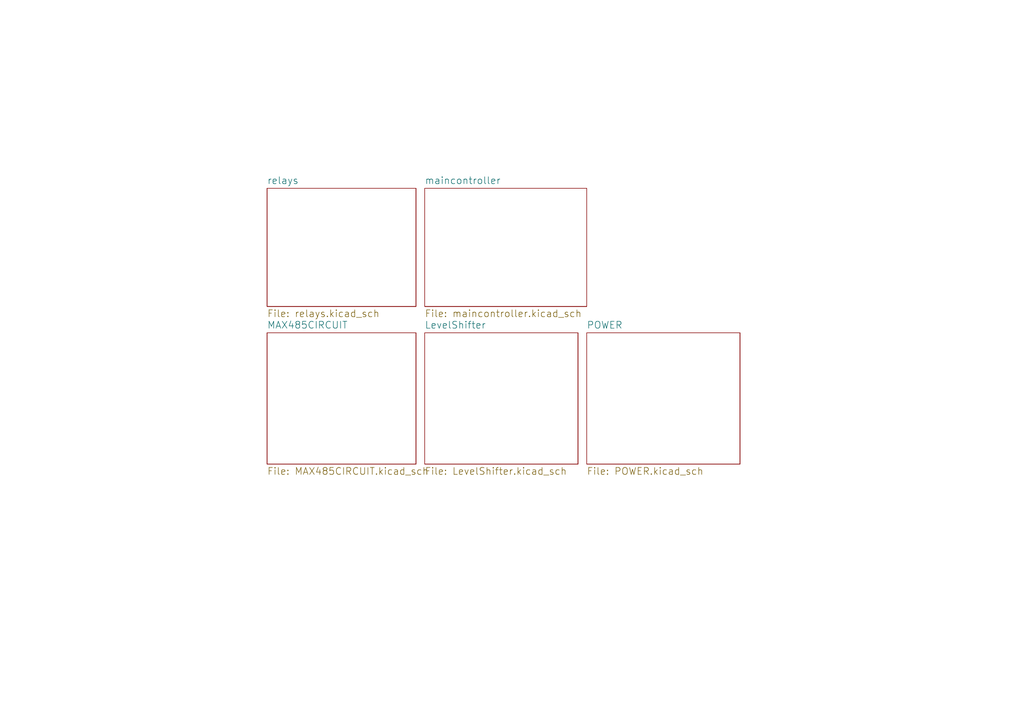
<source format=kicad_sch>
(kicad_sch (version 20211123) (generator eeschema)

  (uuid 68957ca2-4d7a-4b7a-8d35-62740003ef76)

  (paper "A4")

  (lib_symbols
  )


  (sheet (at 123.19 96.52) (size 44.45 38.1) (fields_autoplaced)
    (stroke (width 0) (type solid) (color 0 0 0 0))
    (fill (color 0 0 0 0.0000))
    (uuid 00000000-0000-0000-0000-000062e56299)
    (property "Sheet name" "LevelShifter" (id 0) (at 123.19 95.4401 0)
      (effects (font (size 2.0066 2.0066)) (justify left bottom))
    )
    (property "Sheet file" "LevelShifter.kicad_sch" (id 1) (at 123.19 135.4992 0)
      (effects (font (size 2.0066 2.0066)) (justify left top))
    )
  )

  (sheet (at 77.47 96.52) (size 43.18 38.1) (fields_autoplaced)
    (stroke (width 0) (type solid) (color 0 0 0 0))
    (fill (color 0 0 0 0.0000))
    (uuid 00000000-0000-0000-0000-000062e8cfa7)
    (property "Sheet name" "MAX485CIRCUIT" (id 0) (at 77.47 95.4401 0)
      (effects (font (size 2.0066 2.0066)) (justify left bottom))
    )
    (property "Sheet file" "MAX485CIRCUIT.kicad_sch" (id 1) (at 77.47 135.4992 0)
      (effects (font (size 2.0066 2.0066)) (justify left top))
    )
  )

  (sheet (at 170.18 96.52) (size 44.45 38.1) (fields_autoplaced)
    (stroke (width 0) (type solid) (color 0 0 0 0))
    (fill (color 0 0 0 0.0000))
    (uuid 00000000-0000-0000-0000-000062edbe16)
    (property "Sheet name" "POWER" (id 0) (at 170.18 95.4401 0)
      (effects (font (size 2.0066 2.0066)) (justify left bottom))
    )
    (property "Sheet file" "POWER.kicad_sch" (id 1) (at 170.18 135.4992 0)
      (effects (font (size 2.0066 2.0066)) (justify left top))
    )
  )

  (sheet (at 77.47 54.61) (size 43.18 34.29) (fields_autoplaced)
    (stroke (width 0) (type solid) (color 0 0 0 0))
    (fill (color 0 0 0 0.0000))
    (uuid 00000000-0000-0000-0000-000062efde3c)
    (property "Sheet name" "relays" (id 0) (at 77.47 53.5301 0)
      (effects (font (size 2.0066 2.0066)) (justify left bottom))
    )
    (property "Sheet file" "relays.kicad_sch" (id 1) (at 77.47 89.7792 0)
      (effects (font (size 2.0066 2.0066)) (justify left top))
    )
  )

  (sheet (at 123.19 54.61) (size 46.99 34.29) (fields_autoplaced)
    (stroke (width 0) (type solid) (color 0 0 0 0))
    (fill (color 0 0 0 0.0000))
    (uuid 00000000-0000-0000-0000-000062efe652)
    (property "Sheet name" "maincontroller" (id 0) (at 123.19 53.5301 0)
      (effects (font (size 2.0066 2.0066)) (justify left bottom))
    )
    (property "Sheet file" "maincontroller.kicad_sch" (id 1) (at 123.19 89.7792 0)
      (effects (font (size 2.0066 2.0066)) (justify left top))
    )
  )

  (sheet_instances
    (path "/" (page "1"))
    (path "/00000000-0000-0000-0000-000062efde3c" (page "2"))
    (path "/00000000-0000-0000-0000-000062e8cfa7" (page "3"))
    (path "/00000000-0000-0000-0000-000062efe652" (page "4"))
    (path "/00000000-0000-0000-0000-000062e56299" (page "5"))
    (path "/00000000-0000-0000-0000-000062edbe16" (page "6"))
  )

  (symbol_instances
    (path "/00000000-0000-0000-0000-000062e56299/00000000-0000-0000-0000-000062e721e3"
      (reference "#PWR0101") (unit 1) (value "+5V") (footprint "")
    )
    (path "/00000000-0000-0000-0000-000062e56299/00000000-0000-0000-0000-000062e72207"
      (reference "#PWR0102") (unit 1) (value "+5V") (footprint "")
    )
    (path "/00000000-0000-0000-0000-000062e56299/00000000-0000-0000-0000-000062e72226"
      (reference "#PWR0103") (unit 1) (value "+3.3V") (footprint "")
    )
    (path "/00000000-0000-0000-0000-000062e56299/00000000-0000-0000-0000-000062e7222c"
      (reference "#PWR0104") (unit 1) (value "+3.3V") (footprint "")
    )
    (path "/00000000-0000-0000-0000-000062e8cfa7/00000000-0000-0000-0000-000062e9e0d1"
      (reference "#PWR0105") (unit 1) (value "+5V") (footprint "")
    )
    (path "/00000000-0000-0000-0000-000062e8cfa7/00000000-0000-0000-0000-000062e9e13f"
      (reference "#PWR0106") (unit 1) (value "+5V") (footprint "")
    )
    (path "/00000000-0000-0000-0000-000062e8cfa7/00000000-0000-0000-0000-000062e62dc5"
      (reference "#PWR0107") (unit 1) (value "GND") (footprint "")
    )
    (path "/00000000-0000-0000-0000-000062e8cfa7/00000000-0000-0000-0000-000062e63494"
      (reference "#PWR0108") (unit 1) (value "GND") (footprint "")
    )
    (path "/00000000-0000-0000-0000-000062e8cfa7/00000000-0000-0000-0000-000062e9e181"
      (reference "#PWR0109") (unit 1) (value "+5V") (footprint "")
    )
    (path "/00000000-0000-0000-0000-000062e8cfa7/00000000-0000-0000-0000-000062e64d9f"
      (reference "#PWR0110") (unit 1) (value "GND") (footprint "")
    )
    (path "/00000000-0000-0000-0000-000062e8cfa7/00000000-0000-0000-0000-000062e74155"
      (reference "#PWR0111") (unit 1) (value "GND") (footprint "")
    )
    (path "/00000000-0000-0000-0000-000062edbe16/00000000-0000-0000-0000-000062ef7051"
      (reference "#PWR0112") (unit 1) (value "+3.3V") (footprint "")
    )
    (path "/00000000-0000-0000-0000-000062edbe16/00000000-0000-0000-0000-000062ef7058"
      (reference "#PWR0113") (unit 1) (value "GND") (footprint "")
    )
    (path "/00000000-0000-0000-0000-000062edbe16/00000000-0000-0000-0000-000062ef7072"
      (reference "#PWR0114") (unit 1) (value "+3.3V") (footprint "")
    )
    (path "/00000000-0000-0000-0000-000062edbe16/00000000-0000-0000-0000-000062ef707b"
      (reference "#PWR0115") (unit 1) (value "GND") (footprint "")
    )
    (path "/00000000-0000-0000-0000-000062edbe16/00000000-0000-0000-0000-000062ef7089"
      (reference "#PWR0116") (unit 1) (value "GND") (footprint "")
    )
    (path "/00000000-0000-0000-0000-000062edbe16/00000000-0000-0000-0000-000062ef7099"
      (reference "#PWR0117") (unit 1) (value "+5V") (footprint "")
    )
    (path "/00000000-0000-0000-0000-000062edbe16/00000000-0000-0000-0000-000062ef70a7"
      (reference "#PWR0118") (unit 1) (value "GND") (footprint "")
    )
    (path "/00000000-0000-0000-0000-000062edbe16/00000000-0000-0000-0000-000062ef70b2"
      (reference "#PWR0119") (unit 1) (value "+5V") (footprint "")
    )
    (path "/00000000-0000-0000-0000-000062edbe16/00000000-0000-0000-0000-000062ef70c6"
      (reference "#PWR0120") (unit 1) (value "+5V") (footprint "")
    )
    (path "/00000000-0000-0000-0000-000062edbe16/00000000-0000-0000-0000-000062ef70d4"
      (reference "#PWR0121") (unit 1) (value "GND") (footprint "")
    )
    (path "/00000000-0000-0000-0000-000062efde3c/00000000-0000-0000-0000-000062f15b1b"
      (reference "#PWR0122") (unit 1) (value "GND") (footprint "")
    )
    (path "/00000000-0000-0000-0000-000062efde3c/00000000-0000-0000-0000-000062f15b22"
      (reference "#PWR0123") (unit 1) (value "+5V") (footprint "")
    )
    (path "/00000000-0000-0000-0000-000062efde3c/00000000-0000-0000-0000-000062f15b3a"
      (reference "#PWR0124") (unit 1) (value "+5V") (footprint "")
    )
    (path "/00000000-0000-0000-0000-000062efde3c/00000000-0000-0000-0000-000062f15b41"
      (reference "#PWR0125") (unit 1) (value "+5V") (footprint "")
    )
    (path "/00000000-0000-0000-0000-000062efde3c/00000000-0000-0000-0000-000062f15b48"
      (reference "#PWR0126") (unit 1) (value "+5V") (footprint "")
    )
    (path "/00000000-0000-0000-0000-000062efde3c/00000000-0000-0000-0000-000062f15b50"
      (reference "#PWR0127") (unit 1) (value "+5V") (footprint "")
    )
    (path "/00000000-0000-0000-0000-000062efe652/00000000-0000-0000-0000-000062f1eb8a"
      (reference "#PWR0128") (unit 1) (value "GND") (footprint "")
    )
    (path "/00000000-0000-0000-0000-000062efe652/00000000-0000-0000-0000-000062f1ebb8"
      (reference "#PWR0129") (unit 1) (value "GND") (footprint "")
    )
    (path "/00000000-0000-0000-0000-000062efe652/00000000-0000-0000-0000-000062e91acb"
      (reference "#PWR0130") (unit 1) (value "+3.3V") (footprint "")
    )
    (path "/00000000-0000-0000-0000-000062efe652/00000000-0000-0000-0000-000062f1ebe4"
      (reference "#PWR0131") (unit 1) (value "GND") (footprint "")
    )
    (path "/00000000-0000-0000-0000-000062efe652/00000000-0000-0000-0000-000062f1ebee"
      (reference "#PWR0132") (unit 1) (value "+3.3V") (footprint "")
    )
    (path "/00000000-0000-0000-0000-000062efe652/00000000-0000-0000-0000-000062f1ebf4"
      (reference "#PWR0133") (unit 1) (value "+3.3V") (footprint "")
    )
    (path "/00000000-0000-0000-0000-000062efe652/00000000-0000-0000-0000-000062f1ebfa"
      (reference "#PWR0134") (unit 1) (value "+3.3V") (footprint "")
    )
    (path "/00000000-0000-0000-0000-000062e8cfa7/00000000-0000-0000-0000-000062e954e7"
      (reference "#PWR0135") (unit 1) (value "GND") (footprint "")
    )
    (path "/00000000-0000-0000-0000-000062e8cfa7/00000000-0000-0000-0000-000062e968c1"
      (reference "#PWR0136") (unit 1) (value "GND") (footprint "")
    )
    (path "/00000000-0000-0000-0000-000062efde3c/00000000-0000-0000-0000-000062ec6ca5"
      (reference "#PWR0137") (unit 1) (value "+5V") (footprint "")
    )
    (path "/00000000-0000-0000-0000-000062efde3c/00000000-0000-0000-0000-000062eca098"
      (reference "#PWR0138") (unit 1) (value "+5V") (footprint "")
    )
    (path "/00000000-0000-0000-0000-000062edbe16/e76bc692-e02d-44b1-90d2-4ded5e4a7b61"
      (reference "#PWR?") (unit 1) (value "GND") (footprint "")
    )
    (path "/00000000-0000-0000-0000-000062e8cfa7/00000000-0000-0000-0000-000062e9e0fd"
      (reference "C1") (unit 1) (value "10uf") (footprint "Capacitor_SMD:C_0805_2012Metric_Pad1.15x1.40mm_HandSolder")
    )
    (path "/00000000-0000-0000-0000-000062e8cfa7/00000000-0000-0000-0000-000062e9e103"
      (reference "C2") (unit 1) (value "0.1uf") (footprint "Capacitor_SMD:C_0805_2012Metric_Pad1.15x1.40mm_HandSolder")
    )
    (path "/00000000-0000-0000-0000-000062edbe16/00000000-0000-0000-0000-000062ef7090"
      (reference "C3") (unit 1) (value "1uf") (footprint "Resistor_SMD:R_0805_2012Metric_Pad1.15x1.40mm_HandSolder")
    )
    (path "/00000000-0000-0000-0000-000062edbe16/00000000-0000-0000-0000-000062ef7082"
      (reference "C4") (unit 1) (value "1uf") (footprint "Resistor_SMD:R_0805_2012Metric_Pad1.15x1.40mm_HandSolder")
    )
    (path "/00000000-0000-0000-0000-000062e8cfa7/00000000-0000-0000-0000-000062e9e10e"
      (reference "D1") (unit 1) (value "LED_Small") (footprint "LED_SMD:LED_1206_3216Metric_Pad1.42x1.75mm_HandSolder")
    )
    (path "/00000000-0000-0000-0000-000062edbe16/00000000-0000-0000-0000-000062ef70be"
      (reference "D2") (unit 1) (value "POWER_5LED") (footprint "LED_SMD:LED_1206_3216Metric_Pad1.42x1.75mm_HandSolder")
    )
    (path "/00000000-0000-0000-0000-000062edbe16/00000000-0000-0000-0000-000062ef7067"
      (reference "D3") (unit 1) (value "POWER_3.3LED") (footprint "LED_SMD:LED_1206_3216Metric_Pad1.42x1.75mm_HandSolder")
    )
    (path "/00000000-0000-0000-0000-000062efe652/00000000-0000-0000-0000-000062f1ebd2"
      (reference "D4") (unit 1) (value "LED") (footprint "LED_SMD:LED_1206_3216Metric_Pad1.42x1.75mm_HandSolder")
    )
    (path "/00000000-0000-0000-0000-000062e8cfa7/00000000-0000-0000-0000-000062e9e145"
      (reference "J1") (unit 1) (value "Screw_Terminal_01x03") (footprint "TerminalBlock:TerminalBlock_bornier-3_P5.08mm")
    )
    (path "/00000000-0000-0000-0000-000062edbe16/00000000-0000-0000-0000-000062ef70df"
      (reference "J2") (unit 1) (value "Screw_Terminal_01x02") (footprint "TerminalBlock:TerminalBlock_bornier-2_P5.08mm")
    )
    (path "/00000000-0000-0000-0000-000062efde3c/00000000-0000-0000-0000-000062f15b68"
      (reference "J3") (unit 1) (value "Screw_Terminal_01x03") (footprint "TerminalBlock:TerminalBlock_bornier-3_P5.08mm")
    )
    (path "/00000000-0000-0000-0000-000062efde3c/00000000-0000-0000-0000-000062f15b56"
      (reference "J4") (unit 1) (value "Screw_Terminal_01x03") (footprint "TerminalBlock:TerminalBlock_bornier-3_P5.08mm")
    )
    (path "/00000000-0000-0000-0000-000062efde3c/00000000-0000-0000-0000-000062f15b78"
      (reference "J5") (unit 1) (value "Screw_Terminal_01x03") (footprint "TerminalBlock:TerminalBlock_bornier-3_P5.08mm")
    )
    (path "/00000000-0000-0000-0000-000062efde3c/00000000-0000-0000-0000-000062f15b88"
      (reference "J6") (unit 1) (value "Screw_Terminal_01x03") (footprint "TerminalBlock:TerminalBlock_bornier-3_P5.08mm")
    )
    (path "/00000000-0000-0000-0000-000062efde3c/00000000-0000-0000-0000-000062ec6cb2"
      (reference "J7") (unit 1) (value "Screw_Terminal_01x03") (footprint "TerminalBlock:TerminalBlock_bornier-3_P5.08mm")
    )
    (path "/00000000-0000-0000-0000-000062efde3c/00000000-0000-0000-0000-000062eca09f"
      (reference "J8") (unit 1) (value "Screw_Terminal_01x03") (footprint "TerminalBlock:TerminalBlock_bornier-3_P5.08mm")
    )
    (path "/00000000-0000-0000-0000-000062efde3c/00000000-0000-0000-0000-000062f15af7"
      (reference "K1") (unit 1) (value "SRD-05VDC-SL-C") (footprint "SRD-05VDC-SL-C:RELAY_SRD-05VDC-SL-C")
    )
    (path "/00000000-0000-0000-0000-000062efde3c/00000000-0000-0000-0000-000062f15aff"
      (reference "K2") (unit 1) (value "SRD-05VDC-SL-C") (footprint "SRD-05VDC-SL-C:RELAY_SRD-05VDC-SL-C")
    )
    (path "/00000000-0000-0000-0000-000062efde3c/00000000-0000-0000-0000-000062f15b07"
      (reference "K3") (unit 1) (value "SRD-05VDC-SL-C") (footprint "SRD-05VDC-SL-C:RELAY_SRD-05VDC-SL-C")
    )
    (path "/00000000-0000-0000-0000-000062efde3c/00000000-0000-0000-0000-000062f15b0f"
      (reference "K4") (unit 1) (value "SRD-05VDC-SL-C") (footprint "SRD-05VDC-SL-C:RELAY_SRD-05VDC-SL-C")
    )
    (path "/00000000-0000-0000-0000-000062efde3c/00000000-0000-0000-0000-000062ec6c9e"
      (reference "K5") (unit 1) (value "SRD-05VDC-SL-C") (footprint "SRD-05VDC-SL-C:RELAY_SRD-05VDC-SL-C")
    )
    (path "/00000000-0000-0000-0000-000062efde3c/00000000-0000-0000-0000-000062eca091"
      (reference "K6") (unit 1) (value "SRD-05VDC-SL-C") (footprint "SRD-05VDC-SL-C:RELAY_SRD-05VDC-SL-C")
    )
    (path "/00000000-0000-0000-0000-000062edbe16/00000000-0000-0000-0000-000062ef70cc"
      (reference "PS1") (unit 1) (value "HLK-PM01") (footprint "Converter_ACDC:Converter_ACDC_HiLink_HLK-PMxx")
    )
    (path "/00000000-0000-0000-0000-000062e56299/00000000-0000-0000-0000-000062e721f5"
      (reference "Q1") (unit 1) (value "BSS138") (footprint "Package_TO_SOT_SMD:SOT-23")
    )
    (path "/00000000-0000-0000-0000-000062e56299/00000000-0000-0000-0000-000062e721d1"
      (reference "Q2") (unit 1) (value "BSS138") (footprint "Package_TO_SOT_SMD:SOT-23")
    )
    (path "/00000000-0000-0000-0000-000062e8cfa7/00000000-0000-0000-0000-000062e9e11f"
      (reference "Q3") (unit 1) (value "2N2219") (footprint "Package_TO_SOT_THT:TO-39-3")
    )
    (path "/00000000-0000-0000-0000-000062e56299/00000000-0000-0000-0000-000062e72201"
      (reference "R1") (unit 1) (value "10k") (footprint "Resistor_SMD:R_0805_2012Metric_Pad1.15x1.40mm_HandSolder")
    )
    (path "/00000000-0000-0000-0000-000062e56299/00000000-0000-0000-0000-000062e721fb"
      (reference "R2") (unit 1) (value "10k") (footprint "Resistor_SMD:R_0805_2012Metric_Pad1.15x1.40mm_HandSolder")
    )
    (path "/00000000-0000-0000-0000-000062e56299/00000000-0000-0000-0000-000062e721dd"
      (reference "R3") (unit 1) (value "10k") (footprint "Resistor_SMD:R_0805_2012Metric_Pad1.15x1.40mm_HandSolder")
    )
    (path "/00000000-0000-0000-0000-000062e56299/00000000-0000-0000-0000-000062e721d7"
      (reference "R4") (unit 1) (value "10k") (footprint "Resistor_SMD:R_0805_2012Metric_Pad1.15x1.40mm_HandSolder")
    )
    (path "/00000000-0000-0000-0000-000062e8cfa7/00000000-0000-0000-0000-000062e9e127"
      (reference "R5") (unit 1) (value "1K") (footprint "Resistor_SMD:R_0805_2012Metric_Pad1.15x1.40mm_HandSolder")
    )
    (path "/00000000-0000-0000-0000-000062e8cfa7/00000000-0000-0000-0000-000062e9e0ef"
      (reference "R6") (unit 1) (value "10K") (footprint "Resistor_SMD:R_0805_2012Metric_Pad1.15x1.40mm_HandSolder")
    )
    (path "/00000000-0000-0000-0000-000062e8cfa7/00000000-0000-0000-0000-000062e9e0dd"
      (reference "R7") (unit 1) (value "10K") (footprint "Resistor_SMD:R_0805_2012Metric_Pad1.15x1.40mm_HandSolder")
    )
    (path "/00000000-0000-0000-0000-000062e8cfa7/00000000-0000-0000-0000-000062e9e0d7"
      (reference "R8") (unit 1) (value "10K") (footprint "Resistor_SMD:R_0805_2012Metric_Pad1.15x1.40mm_HandSolder")
    )
    (path "/00000000-0000-0000-0000-000062e8cfa7/00000000-0000-0000-0000-000062e9e0e3"
      (reference "R9") (unit 1) (value "10K") (footprint "Resistor_SMD:R_0805_2012Metric_Pad1.15x1.40mm_HandSolder")
    )
    (path "/00000000-0000-0000-0000-000062e8cfa7/00000000-0000-0000-0000-000062e9e0e9"
      (reference "R10") (unit 1) (value "10K") (footprint "Resistor_SMD:R_0805_2012Metric_Pad1.15x1.40mm_HandSolder")
    )
    (path "/00000000-0000-0000-0000-000062e8cfa7/00000000-0000-0000-0000-000062e9e114"
      (reference "R11") (unit 1) (value "1K") (footprint "Resistor_SMD:R_0805_2012Metric_Pad1.15x1.40mm_HandSolder")
    )
    (path "/00000000-0000-0000-0000-000062e8cfa7/00000000-0000-0000-0000-000062e9e167"
      (reference "R12") (unit 1) (value "20K") (footprint "Resistor_SMD:R_0805_2012Metric_Pad1.15x1.40mm_HandSolder")
    )
    (path "/00000000-0000-0000-0000-000062e8cfa7/00000000-0000-0000-0000-000062e9e16d"
      (reference "R13") (unit 1) (value "20K") (footprint "Resistor_SMD:R_0805_2012Metric_Pad1.15x1.40mm_HandSolder")
    )
    (path "/00000000-0000-0000-0000-000062e8cfa7/00000000-0000-0000-0000-000062e9e15c"
      (reference "R14") (unit 1) (value "120") (footprint "Resistor_SMD:R_0805_2012Metric_Pad1.15x1.40mm_HandSolder")
    )
    (path "/00000000-0000-0000-0000-000062edbe16/00000000-0000-0000-0000-000062ef70b8"
      (reference "R15") (unit 1) (value "330R") (footprint "Resistor_SMD:R_0805_2012Metric_Pad1.15x1.40mm_HandSolder")
    )
    (path "/00000000-0000-0000-0000-000062edbe16/00000000-0000-0000-0000-000062ef7061"
      (reference "R16") (unit 1) (value "330R") (footprint "Resistor_SMD:R_0805_2012Metric_Pad1.15x1.40mm_HandSolder")
    )
    (path "/00000000-0000-0000-0000-000062efe652/00000000-0000-0000-0000-000062f1ebdb"
      (reference "R17") (unit 1) (value "1k") (footprint "Resistor_SMD:R_0805_2012Metric_Pad1.15x1.40mm_HandSolder")
    )
    (path "/00000000-0000-0000-0000-000062efe652/00000000-0000-0000-0000-000062f1eb9e"
      (reference "R18") (unit 1) (value "10K") (footprint "Resistor_SMD:R_0805_2012Metric_Pad1.15x1.40mm_HandSolder")
    )
    (path "/00000000-0000-0000-0000-000062efe652/00000000-0000-0000-0000-000062f1eb98"
      (reference "R19") (unit 1) (value "10K") (footprint "Resistor_SMD:R_0805_2012Metric_Pad1.15x1.40mm_HandSolder")
    )
    (path "/00000000-0000-0000-0000-000062efe652/00000000-0000-0000-0000-000062f1ebaa"
      (reference "R20") (unit 1) (value "10K") (footprint "Resistor_SMD:R_0805_2012Metric_Pad1.15x1.40mm_HandSolder")
    )
    (path "/00000000-0000-0000-0000-000062efe652/00000000-0000-0000-0000-000062f1ebb0"
      (reference "R21") (unit 1) (value "10K") (footprint "Resistor_SMD:R_0805_2012Metric_Pad1.15x1.40mm_HandSolder")
    )
    (path "/00000000-0000-0000-0000-000062e8cfa7/00000000-0000-0000-0000-000062e9e0be"
      (reference "U1") (unit 1) (value "MAX485E") (footprint "Package_DIP:DIP-8_W7.62mm")
    )
    (path "/00000000-0000-0000-0000-000062edbe16/00000000-0000-0000-0000-000062ef70a1"
      (reference "U2") (unit 1) (value "AP2112K-3.3") (footprint "Package_TO_SOT_SMD:SOT-23-5")
    )
    (path "/00000000-0000-0000-0000-000062efde3c/00000000-0000-0000-0000-000062f15b15"
      (reference "U3") (unit 1) (value "ULN2803A") (footprint "Package_SO:SOIC-18W_7.5x11.6mm_P1.27mm")
    )
    (path "/00000000-0000-0000-0000-000062efe652/00000000-0000-0000-0000-000062f1eb90"
      (reference "U4") (unit 1) (value "ESP-12E") (footprint "ESP8266:ESP-12E")
    )
  )
)

</source>
